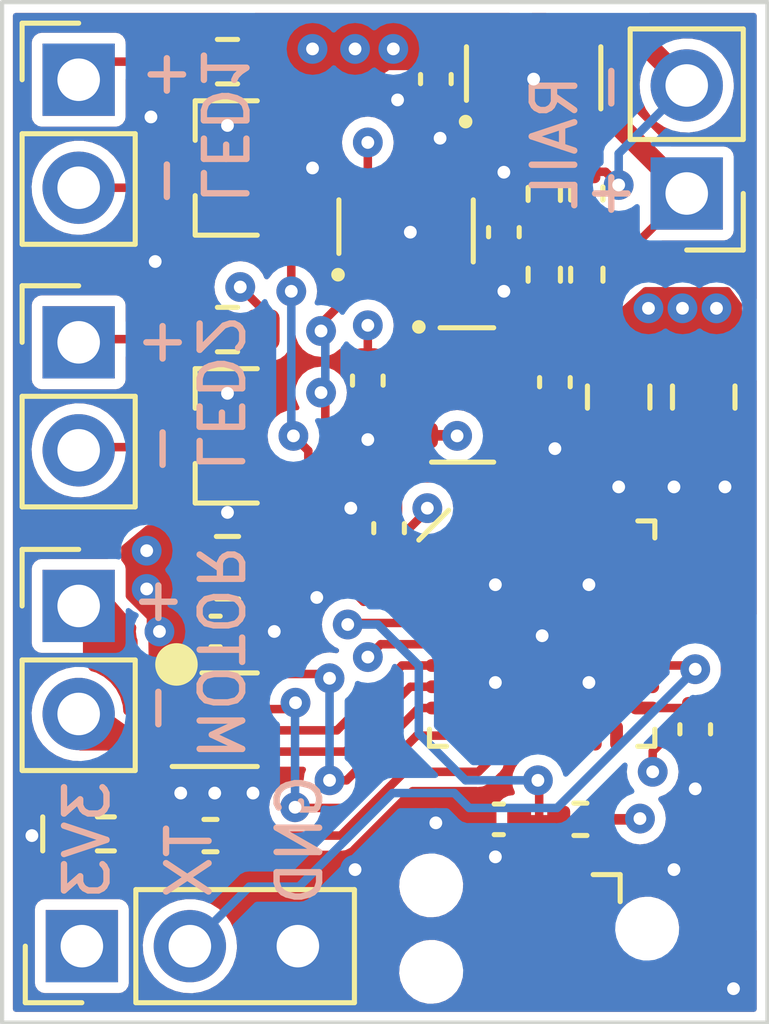
<source format=kicad_pcb>
(kicad_pcb (version 20211014) (generator pcbnew)
  (layers (0 "F.Cu" signal) (1 "In1.Cu" signal) (2 "In2.Cu" signal) (31 "B.Cu" signal) (34 "B.Paste" user) (35 "F.Paste" user) (36 "B.SilkS" user "B.Silkscreen") (37 "F.SilkS" user "F.Silkscreen") (38 "B.Mask" user) (39 "F.Mask" user) (44 "Edge.Cuts" user))
  (net 0 "")
  (net 1 "GND")
  (net 2 "+12V")
  (net 3 "/MCU/NRST")
  (net 4 "+3V3")
  (net 5 "Net-(C10-Pad2)")
  (net 6 "Net-(C10-Pad1)")
  (net 7 "/Input/IN_A")
  (net 8 "/Input/IN_B")
  (net 9 "/Outputs/MTR_OUT_A")
  (net 10 "/Outputs/MTR_OUT_B")
  (net 11 "/Outputs/LED_1_+")
  (net 12 "/Outputs/LED_1_-")
  (net 13 "/Outputs/LED_2_+")
  (net 14 "/Outputs/LED_2_-")
  (net 15 "/MCU/AUX_TX")
  (net 16 "/MCU/SWCLK")
  (net 18 "/MCU/LED_1")
  (net 19 "/MCU/LED_2")
  (net 21 "/MCU/MTR_A")
  (net 22 "/MCU/MTR_B")
  (net 23 "/MCU/MTR_nSLEEP")
  (net 24 "/MCU/MTR_MODE")
  (net 34 "/MCU/SWDIO")
  (net 40 "/Input/IN_RX")
  (net 42 "Net-(DS1-Pad2)")
  (net 43 "/MCU/LED_DBG")
  (footprint "C_Capacitor:C_0402" (layer "F.Cu") (at 128.2 68.9375 -90)
    (fp_text reference "C5" hide)
    (fp_text value "C_0402" hide)
    (fp_line (start -0.107836 0.36) (end 0.107836 0.36) (layer "F.SilkS") (width 0.12))
    (fp_line (start -0.107836 -0.36) (end 0.107836 -0.36) (layer "F.SilkS") (width 0.12))
    (pad "1" smd roundrect locked (at -0.48 0 270) (size 0.56 0.62) (layers "F.Cu" "F.Paste" "F.Mask") (net 4 "+3V3"))
    (pad "2" smd roundrect locked (at 0.48 0 270) (size 0.56 0.62) (layers "F.Cu" "F.Paste" "F.Mask") (net 1 "GND"))
  )
  (footprint "U_IC:SOT23_3" (layer "F.Cu") (at 120.5 70.2 180)
    (fp_text reference "Q2" hide)
    (fp_text value "FDN335N" hide)
    (fp_line (start 0.76 1.58) (end 0.76 0.65) (layer "F.SilkS") (width 0.12))
    (fp_line (start 0.76 -1.58) (end 0.76 -0.65) (layer "F.SilkS") (width 0.12))
    (fp_line (start 0.76 1.58) (end -0.7 1.58) (layer "F.SilkS") (width 0.12))
    (fp_line (start 0.76 -1.58) (end -0.7 -1.58) (layer "F.SilkS") (width 0.12))
    (pad "1" smd roundrect (at -1 -0.95 180) (size 0.9 0.8) (layers "F.Cu" "F.Paste" "F.Mask") (net 19 "/MCU/LED_2"))
    (pad "2" smd roundrect (at -1 0.95 180) (size 0.9 0.8) (layers "F.Cu" "F.Paste" "F.Mask") (net 1 "GND"))
    (pad "3" smd roundrect (at 1 0 180) (size 0.9 0.8) (layers "F.Cu" "F.Paste" "F.Mask") (net 14 "/Outputs/LED_2_-"))
  )
  (footprint "C_Capacitor:C_0805" (layer "F.Cu") (at 120.5 73.3)
    (fp_text reference "C9" hide)
    (fp_text value "C_0805" hide)
    (fp_line (start -0.261252 -0.735) (end 0.261252 -0.735) (layer "F.SilkS") (width 0.12))
    (fp_line (start -0.261252 0.735) (end 0.261252 0.735) (layer "F.SilkS") (width 0.12))
    (pad "1" smd roundrect locked (at -0.95 0) (size 1 1.45) (layers "F.Cu" "F.Paste" "F.Mask") (net 2 "+12V"))
    (pad "2" smd roundrect locked (at 0.95 0) (size 1 1.45) (layers "F.Cu" "F.Paste" "F.Mask") (net 1 "GND"))
  )
  (footprint "Connector_PinHeader_2.54mm:PinHeader_1x02_P2.54mm_Vertical" (layer "F.Cu") (at 117 74.2)
    (fp_text reference "J2" hide)
    (fp_text value "Conn_01x02" hide)
    (fp_line (start -1.33 3.87) (end 1.33 3.87) (layer "F.SilkS") (width 0.12))
    (fp_line (start -1.33 0) (end -1.33 -1.33) (layer "F.SilkS") (width 0.12))
    (fp_line (start -1.33 -1.33) (end 0 -1.33) (layer "F.SilkS") (width 0.12))
    (fp_line (start -1.33 1.27) (end -1.33 3.87) (layer "F.SilkS") (width 0.12))
    (fp_line (start -1.33 1.27) (end 1.33 1.27) (layer "F.SilkS") (width 0.12))
    (fp_line (start 1.33 1.27) (end 1.33 3.87) (layer "F.SilkS") (width 0.12))
    (pad "1" thru_hole rect locked (at 0 0) (size 1.7 1.7) (drill 1) (layers *.Cu *.Mask) (net 9 "/Outputs/MTR_OUT_A"))
    (pad "2" thru_hole oval locked (at 0 2.54) (size 1.7 1.7) (drill 1) (layers *.Cu *.Mask) (net 10 "/Outputs/MTR_OUT_B"))
  )
  (footprint "C_Capacitor:C_0402" (layer "F.Cu") (at 127 65.41 90)
    (fp_text reference "C10" hide)
    (fp_text value "C_0402" hide)
    (fp_line (start -0.107836 0.36) (end 0.107836 0.36) (layer "F.SilkS") (width 0.12))
    (fp_line (start -0.107836 -0.36) (end 0.107836 -0.36) (layer "F.SilkS") (width 0.12))
    (pad "1" smd roundrect locked (at -0.48 0 90) (size 0.56 0.62) (layers "F.Cu" "F.Paste" "F.Mask") (net 6 "Net-(C10-Pad1)"))
    (pad "2" smd roundrect locked (at 0.48 0 90) (size 0.56 0.62) (layers "F.Cu" "F.Paste" "F.Mask") (net 5 "Net-(C10-Pad2)"))
  )
  (footprint "R_Resistor:R_0402" (layer "F.Cu") (at 127.95 66.41 -90)
    (fp_text reference "R6" hide)
    (fp_text value "R_0402" hide)
    (fp_line (start -0.153641 0.38) (end 0.153641 0.38) (layer "F.SilkS") (width 0.12))
    (fp_line (start -0.153641 -0.38) (end 0.153641 -0.38) (layer "F.SilkS") (width 0.12))
    (pad "1" smd roundrect locked (at -0.51 0 270) (size 0.54 0.64) (layers "F.Cu" "F.Paste" "F.Mask") (net 6 "Net-(C10-Pad1)"))
    (pad "2" smd roundrect locked (at 0.51 0 270) (size 0.54 0.64) (layers "F.Cu" "F.Paste" "F.Mask") (net 1 "GND"))
  )
  (footprint "N-NonPart:TagConnect_2030_NL" (layer "F.Cu") (at 127.83 81.7875 180)
    (fp_text reference "J6" hide)
    (fp_text value "TC_2030_NL_STLINK" hide)
    (fp_line (start -1.905 1.27) (end -1.905 0.635) (layer "F.SilkS") (width 0.12))
    (fp_line (start -1.27 1.27) (end -1.905 1.27) (layer "F.SilkS") (width 0.12))
    (pad "" np_thru_hole circle (at -2.54 0 180) (size 0.9906 0.9906) (drill 0.9906) (layers *.Cu *.Mask))
    (pad "" np_thru_hole circle (at 2.54 -1.016 180) (size 0.9906 0.9906) (drill 0.9906) (layers *.Cu *.Mask))
    (pad "" np_thru_hole circle (at 2.54 1.016 180) (size 0.9906 0.9906) (drill 0.9906) (layers *.Cu *.Mask))
    (pad "1" connect circle (at -1.27 0.635 180) (size 0.7874 0.7874) (layers "F.Cu" "F.Mask") (net 4 "+3V3"))
    (pad "2" connect circle (at -1.27 -0.635 180) (size 0.7874 0.7874) (layers "F.Cu" "F.Mask") (net 34 "/MCU/SWDIO"))
    (pad "3" connect circle (at 0 0.635 180) (size 0.7874 0.7874) (layers "F.Cu" "F.Mask") (net 3 "/MCU/NRST"))
    (pad "4" connect circle (at 0 -0.635 180) (size 0.7874 0.7874) (layers "F.Cu" "F.Mask") (net 16 "/MCU/SWCLK"))
    (pad "5" connect circle (at 1.27 0.635 180) (size 0.7874 0.7874) (layers "F.Cu" "F.Mask") (net 1 "GND"))
    (pad "6" connect circle (at 1.27 -0.635 180) (size 0.7874 0.7874) (layers "F.Cu" "F.Mask"))
  )
  (footprint "C_Capacitor:C_0805" (layer "F.Cu") (at 131.7 69.2875 -90)
    (fp_text reference "C6" hide)
    (fp_text value "C_0805" hide)
    (fp_line (start -0.261252 0.735) (end 0.261252 0.735) (layer "F.SilkS") (width 0.12))
    (fp_line (start -0.261252 -0.735) (end 0.261252 -0.735) (layer "F.SilkS") (width 0.12))
    (pad "1" smd roundrect locked (at -0.95 0 270) (size 1 1.45) (layers "F.Cu" "F.Paste" "F.Mask") (net 4 "+3V3"))
    (pad "2" smd roundrect locked (at 0.95 0 270) (size 1 1.45) (layers "F.Cu" "F.Paste" "F.Mask") (net 1 "GND"))
  )
  (footprint "U_IC:SOT23_5" (layer "F.Cu") (at 126 69.2375)
    (fp_text reference "U1" hide)
    (fp_text value "MCP1755T-3302E/OT" hide)
    (fp_line (start 0.76 -1.58) (end -0.5 -1.58) (layer "F.SilkS") (width 0.12))
    (fp_line (start 0.76 1.58) (end -0.7 1.58) (layer "F.SilkS") (width 0.12))
    (fp_circle (center -1 -1.6) (end -0.9 -1.6) (layer "F.SilkS") (width 0.12) (fill solid))
    (pad "1" smd roundrect (at -1 -0.95) (size 0.9 0.6) (layers "F.Cu" "F.Paste" "F.Mask") (net 2 "+12V"))
    (pad "2" smd roundrect (at -1 0) (size 0.9 0.6) (layers "F.Cu" "F.Paste" "F.Mask") (net 1 "GND"))
    (pad "3" smd roundrect (at -1 0.95) (size 0.9 0.6) (layers "F.Cu" "F.Paste" "F.Mask") (net 2 "+12V"))
    (pad "4" smd roundrect (at 1 0.95) (size 0.9 0.6) (layers "F.Cu" "F.Paste" "F.Mask"))
    (pad "5" smd roundrect (at 1 -0.95) (size 0.9 0.6) (layers "F.Cu" "F.Paste" "F.Mask") (net 4 "+3V3"))
  )
  (footprint "C_Capacitor:C_0805" (layer "F.Cu") (at 129.7 69.2875 -90)
    (fp_text reference "C7" hide)
    (fp_text value "C_0805" hide)
    (fp_line (start -0.261252 -0.735) (end 0.261252 -0.735) (layer "F.SilkS") (width 0.12))
    (fp_line (start -0.261252 0.735) (end 0.261252 0.735) (layer "F.SilkS") (width 0.12))
    (pad "1" smd roundrect locked (at -0.95 0 270) (size 1 1.45) (layers "F.Cu" "F.Paste" "F.Mask") (net 4 "+3V3"))
    (pad "2" smd roundrect locked (at 0.95 0 270) (size 1 1.45) (layers "F.Cu" "F.Paste" "F.Mask") (net 1 "GND"))
  )
  (footprint "R_Resistor:R_0402" (layer "F.Cu") (at 127.95 64.51 -90)
    (fp_text reference "R7" hide)
    (fp_text value "R_0402" hide)
    (fp_line (start -0.153641 0.38) (end 0.153641 0.38) (layer "F.SilkS") (width 0.12))
    (fp_line (start -0.153641 -0.38) (end 0.153641 -0.38) (layer "F.SilkS") (width 0.12))
    (pad "1" smd roundrect locked (at -0.51 0 270) (size 0.54 0.64) (layers "F.Cu" "F.Paste" "F.Mask") (net 1 "GND"))
    (pad "2" smd roundrect locked (at 0.51 0 270) (size 0.54 0.64) (layers "F.Cu" "F.Paste" "F.Mask") (net 5 "Net-(C10-Pad2)"))
  )
  (footprint "C_Capacitor:C_0402" (layer "F.Cu") (at 120.22 74.8)
    (fp_text reference "C8" hide)
    (fp_text value "C_0402" hide)
    (fp_line (start -0.107836 0.36) (end 0.107836 0.36) (layer "F.SilkS") (width 0.12))
    (fp_line (start -0.107836 -0.36) (end 0.107836 -0.36) (layer "F.SilkS") (width 0.12))
    (pad "1" smd roundrect locked (at -0.48 0) (size 0.56 0.62) (layers "F.Cu" "F.Paste" "F.Mask") (net 2 "+12V"))
    (pad "2" smd roundrect locked (at 0.48 0) (size 0.56 0.62) (layers "F.Cu" "F.Paste" "F.Mask") (net 1 "GND"))
  )
  (footprint "R_Resistor:R_0402" (layer "F.Cu") (at 128.8 79.2175 180)
    (fp_text reference "R1" hide)
    (fp_text value "R_0402" hide)
    (fp_line (start -0.153641 0.38) (end 0.153641 0.38) (layer "F.SilkS") (width 0.12))
    (fp_line (start -0.153641 -0.38) (end 0.153641 -0.38) (layer "F.SilkS") (width 0.12))
    (pad "1" smd roundrect locked (at -0.51 0 180) (size 0.54 0.64) (layers "F.Cu" "F.Paste" "F.Mask") (net 4 "+3V3"))
    (pad "2" smd roundrect locked (at 0.51 0 180) (size 0.54 0.64) (layers "F.Cu" "F.Paste" "F.Mask") (net 3 "/MCU/NRST"))
  )
  (footprint "U_IC:SOT23_4" (layer "F.Cu") (at 127.7 61.81 90)
    (fp_text reference "D1" hide)
    (fp_text value "BAS3007ARPPE6327HTSA1" hide)
    (fp_line (start 0.76 -1.58) (end -0.5 -1.58) (layer "F.SilkS") (width 0.12))
    (fp_line (start 0.76 1.58) (end -0.7 1.58) (layer "F.SilkS") (width 0.12))
    (fp_circle (center -1 -1.6) (end -0.9 -1.6) (layer "F.SilkS") (width 0.12) (fill solid))
    (pad "1" smd roundrect (at -1 -0.75) (size 1.2 0.9) (layers "F.Cu" "F.Paste" "F.Mask") (net 1 "GND"))
    (pad "2" smd roundrect (at -1 0.95 90) (size 0.9 0.8) (layers "F.Cu" "F.Paste" "F.Mask") (net 7 "/Input/IN_A"))
    (pad "3" smd roundrect (at 1 0.95 90) (size 0.9 0.8) (layers "F.Cu" "F.Paste" "F.Mask") (net 8 "/Input/IN_B"))
    (pad "4" smd roundrect (at 1 -0.95 90) (size 0.9 0.8) (layers "F.Cu" "F.Paste" "F.Mask") (net 2 "+12V"))
  )
  (footprint "C_Capacitor:C_0402" (layer "F.Cu") (at 123.8 68.9 -90)
    (fp_text reference "C1" hide)
    (fp_text value "C_0402" hide)
    (fp_line (start -0.107836 0.36) (end 0.107836 0.36) (layer "F.SilkS") (width 0.12))
    (fp_line (start -0.107836 -0.36) (end 0.107836 -0.36) (layer "F.SilkS") (width 0.12))
    (pad "1" smd roundrect locked (at -0.48 0 270) (size 0.56 0.62) (layers "F.Cu" "F.Paste" "F.Mask") (net 2 "+12V"))
    (pad "2" smd roundrect locked (at 0.48 0 270) (size 0.56 0.62) (layers "F.Cu" "F.Paste" "F.Mask") (net 1 "GND"))
  )
  (footprint "U_IC:SOT23_3" (layer "F.Cu") (at 120.5 63.9 180)
    (fp_text reference "Q1" hide)
    (fp_text value "FDN335N" hide)
    (fp_line (start 0.76 1.58) (end 0.76 0.65) (layer "F.SilkS") (width 0.12))
    (fp_line (start 0.76 -1.58) (end 0.76 -0.65) (layer "F.SilkS") (width 0.12))
    (fp_line (start 0.76 -1.58) (end -0.7 -1.58) (layer "F.SilkS") (width 0.12))
    (fp_line (start 0.76 1.58) (end -0.7 1.58) (layer "F.SilkS") (width 0.12))
    (pad "1" smd roundrect (at -1 -0.95 180) (size 0.9 0.8) (layers "F.Cu" "F.Paste" "F.Mask") (net 18 "/MCU/LED_1"))
    (pad "2" smd roundrect (at -1 0.95 180) (size 0.9 0.8) (layers "F.Cu" "F.Paste" "F.Mask") (net 1 "GND"))
    (pad "3" smd roundrect (at 1 0 180) (size 0.9 0.8) (layers "F.Cu" "F.Paste" "F.Mask") (net 12 "/Outputs/LED_1_-"))
  )
  (footprint "R_Resistor:R_0402" (layer "F.Cu") (at 128.95 64.5 -90)
    (fp_text reference "R5" hide)
    (fp_text value "R_0402" hide)
    (fp_line (start -0.153641 -0.38) (end 0.153641 -0.38) (layer "F.SilkS") (width 0.12))
    (fp_line (start -0.153641 0.38) (end 0.153641 0.38) (layer "F.SilkS") (width 0.12))
    (pad "1" smd roundrect locked (at -0.51 0 270) (size 0.54 0.64) (layers "F.Cu" "F.Paste" "F.Mask") (net 8 "/Input/IN_B"))
    (pad "2" smd roundrect locked (at 0.51 0 270) (size 0.54 0.64) (layers "F.Cu" "F.Paste" "F.Mask") (net 5 "Net-(C10-Pad2)"))
  )
  (footprint "R_Resistor:R_0402" (layer "F.Cu") (at 128.95 66.41 90)
    (fp_text reference "R4" hide)
    (fp_text value "R_0402" hide)
    (fp_line (start -0.153641 0.38) (end 0.153641 0.38) (layer "F.SilkS") (width 0.12))
    (fp_line (start -0.153641 -0.38) (end 0.153641 -0.38) (layer "F.SilkS") (width 0.12))
    (pad "1" smd roundrect locked (at -0.51 0 90) (size 0.54 0.64) (layers "F.Cu" "F.Paste" "F.Mask") (net 7 "/Input/IN_A"))
    (pad "2" smd roundrect locked (at 0.51 0 90) (size 0.54 0.64) (layers "F.Cu" "F.Paste" "F.Mask") (net 6 "Net-(C10-Pad1)"))
  )
  (footprint "C_Capacitor:C_0402" (layer "F.Cu") (at 125.4 61.81 -90)
    (fp_text reference "C11" hide)
    (fp_text value "C_0402" hide)
    (fp_line (start -0.107836 0.36) (end 0.107836 0.36) (layer "F.SilkS") (width 0.12))
    (fp_line (start -0.107836 -0.36) (end 0.107836 -0.36) (layer "F.SilkS") (width 0.12))
    (pad "1" smd roundrect locked (at -0.48 0 270) (size 0.56 0.62) (layers "F.Cu" "F.Paste" "F.Mask") (net 2 "+12V"))
    (pad "2" smd roundrect locked (at 0.48 0 270) (size 0.56 0.62) (layers "F.Cu" "F.Paste" "F.Mask") (net 1 "GND"))
  )
  (footprint "R_Resistor:R_0603" (layer "F.Cu") (at 120.5 67.7 180)
    (fp_text reference "R3" hide)
    (fp_text value "R_0603" hide)
    (fp_line (start -0.237258 -0.5225) (end 0.237258 -0.5225) (layer "F.SilkS") (width 0.12))
    (fp_line (start -0.237258 0.5225) (end 0.237258 0.5225) (layer "F.SilkS") (width 0.12))
    (pad "1" smd roundrect locked (at -0.825 0 180) (size 0.8 0.95) (layers "F.Cu" "F.Paste" "F.Mask") (net 2 "+12V"))
    (pad "2" smd roundrect locked (at 0.825 0 180) (size 0.8 0.95) (layers "F.Cu" "F.Paste" "F.Mask") (net 13 "/Outputs/LED_2_+"))
  )
  (footprint "C_Capacitor:C_0402" (layer "F.Cu") (at 126.88 79.2175 180)
    (fp_text reference "C2" hide)
    (fp_text value "C_0402" hide)
    (fp_line (start -0.107836 0.36) (end 0.107836 0.36) (layer "F.SilkS") (width 0.12))
    (fp_line (start -0.107836 -0.36) (end 0.107836 -0.36) (layer "F.SilkS") (width 0.12))
    (pad "1" smd roundrect locked (at -0.48 0 180) (size 0.56 0.62) (layers "F.Cu" "F.Paste" "F.Mask") (net 3 "/MCU/NRST"))
    (pad "2" smd roundrect locked (at 0.48 0 180) (size 0.56 0.62) (layers "F.Cu" "F.Paste" "F.Mask") (net 1 "GND"))
  )
  (footprint "DS_LED:DS_0603" (layer "F.Cu") (at 117.64 79.56)
    (fp_text reference "DS1" hide)
    (fp_text value "DS_0603" hide)
    (fp_line (start -1.485 -0.4) (end -1.485 0.4) (layer "F.SilkS") (width 0.12))
    (fp_line (start -0.2 -0.4) (end 0.2 -0.4) (layer "F.SilkS") (width 0.12))
    (fp_line (start -0.2 0.4) (end 0.2 0.4) (layer "F.SilkS") (width 0.12))
    (pad "1" smd roundrect locked (at -0.7875 0) (size 0.875 0.95) (layers "F.Cu" "F.Paste" "F.Mask") (net 1 "GND"))
    (pad "2" smd roundrect locked (at 0.7875 0) (size 0.875 0.95) (layers "F.Cu" "F.Paste" "F.Mask") (net 42 "Net-(DS1-Pad2)"))
  )
  (footprint "U_IC:DFN8_05_2x2_EP" (layer "F.Cu") (at 120.2 76.875)
    (fp_text reference "U3" hide)
    (fp_text value "DRV8220DSGR" hide)
    (fp_line (start -1 1.1) (end 1 1.1) (layer "F.SilkS") (width 0.12))
    (fp_line (start -0.3 -1.1) (end 1 -1.1) (layer "F.SilkS") (width 0.12))
    (fp_circle (center -0.9 -1.3) (end -0.9 -1.3) (layer "F.SilkS") (width 0.5) (fill none))
    (pad "1" smd oval (at -0.95 -0.75) (size 0.6 0.3) (layers "F.Cu" "F.Paste" "F.Mask") (net 2 "+12V"))
    (pad "2" smd oval (at -0.95 -0.25) (size 0.6 0.3) (layers "F.Cu" "F.Paste" "F.Mask") (net 9 "/Outputs/MTR_OUT_A"))
    (pad "3" smd oval (at -0.95 0.25) (size 0.6 0.3) (layers "F.Cu" "F.Paste" "F.Mask") (net 10 "/Outputs/MTR_OUT_B"))
    (pad "4" smd oval (at -0.95 0.75) (size 0.6 0.3) (layers "F.Cu" "F.Paste" "F.Mask") (net 1 "GND"))
    (pad "5" smd oval (at 0.95 0.75) (size 0.6 0.3) (layers "F.Cu" "F.Paste" "F.Mask") (net 22 "/MCU/MTR_B"))
    (pad "6" smd oval (at 0.95 0.25) (size 0.6 0.3) (layers "F.Cu" "F.Paste" "F.Mask") (net 21 "/MCU/MTR_A"))
    (pad "7" smd oval (at 0.95 -0.25) (size 0.6 0.3) (layers "F.Cu" "F.Paste" "F.Mask") (net 24 "/MCU/MTR_MODE"))
    (pad "8" smd oval (at 0.95 -0.75) (size 0.6 0.3) (layers "F.Cu" "F.Paste" "F.Mask") (net 23 "/MCU/MTR_nSLEEP"))
    (pad "9" smd rect (at 0 0) (size 0.9 1.6) (layers "F.Cu" "F.Mask") (net 1 "GND"))
  )
  (footprint "Connector_PinHeader_2.54mm:PinHeader_1x03_P2.54mm_Vertical" (layer "F.Cu") (at 117.075 82.2 90)
    (fp_text reference "J5" hide)
    (fp_text value "Conn_01x03" hide)
    (fp_line (start -1.33 0) (end -1.33 -1.33) (layer "F.SilkS") (width 0.12))
    (fp_line (start 1.33 1.27) (end 1.33 6.41) (layer "F.SilkS") (width 0.12))
    (fp_line (start -1.33 6.41) (end 1.33 6.41) (layer "F.SilkS") (width 0.12))
    (fp_line (start -1.33 1.27) (end 1.33 1.27) (layer "F.SilkS") (width 0.12))
    (fp_line (start -1.33 -1.33) (end 0 -1.33) (layer "F.SilkS") (width 0.12))
    (fp_line (start -1.33 1.27) (end -1.33 6.41) (layer "F.SilkS") (width 0.12))
    (pad "1" thru_hole rect locked (at 0 0 90) (size 1.7 1.7) (drill 1) (layers *.Cu *.Mask) (net 4 "+3V3"))
    (pad "2" thru_hole oval locked (at 0 2.54 90) (size 1.7 1.7) (drill 1) (layers *.Cu *.Mask) (net 15 "/MCU/AUX_TX"))
    (pad "3" thru_hole oval locked (at 0 5.08 90) (size 1.7 1.7) (drill 1) (layers *.Cu *.Mask) (net 1 "GND"))
  )
  (footprint "U_IC:SOT23_5" (layer "F.Cu") (at 124.7 65.41 90)
    (fp_text reference "U4" hide)
    (fp_text value "TLV9041IDBVR" hide)
    (fp_line (start 0.76 -1.58) (end -0.5 -1.58) (layer "F.SilkS") (width 0.12))
    (fp_line (start 0.76 1.58) (end -0.7 1.58) (layer "F.SilkS") (width 0.12))
    (fp_circle (center -1 -1.6) (end -0.9 -1.6) (layer "F.SilkS") (width 0.12) (fill solid))
    (pad "1" smd roundrect (at -1 -0.95 90) (size 0.9 0.6) (layers "F.Cu" "F.Paste" "F.Mask") (net 40 "/Input/IN_RX"))
    (pad "2" smd roundrect (at -1 0 90) (size 0.9 0.6) (layers "F.Cu" "F.Paste" "F.Mask") (net 1 "GND"))
    (pad "3" smd roundrect (at -1 0.95 90) (size 0.9 0.6) (layers "F.Cu" "F.Paste" "F.Mask") (net 6 "Net-(C10-Pad1)"))
    (pad "4" smd roundrect (at 1 0.95 90) (size 0.9 0.6) (layers "F.Cu" "F.Paste" "F.Mask") (net 5 "Net-(C10-Pad2)"))
    (pad "5" smd roundrect (at 1 -0.95 90) (size 0.9 0.6) (layers "F.Cu" "F.Paste" "F.Mask") (net 4 "+3V3"))
  )
  (footprint "U_IC:QFN32_05_5x5_EP" (layer "F.Cu") (at 127.9 74.85)
    (fp_text reference "U2" hide)
    (fp_text value "STM32L011KxUx" hide)
    (fp_line (start 2.65 -2.65) (end 2.65 -2.25) (layer "F.SilkS") (width 0.12))
    (fp_line (start 2.25 2.65) (end 2.65 2.65) (layer "F.SilkS") (width 0.12))
    (fp_line (start -2.65 2.65) (end -2.65 2.25) (layer "F.SilkS") (width 0.12))
    (fp_line (start 2.25 -2.65) (end 2.65 -2.65) (layer "F.SilkS") (width 0.12))
    (fp_line (start -2.2 -2.9) (end -2.9 -2.2) (layer "F.SilkS") (width 0.12))
    (fp_line (start -2.25 2.65) (end -2.65 2.65) (layer "F.SilkS") (width 0.12))
    (fp_line (start 2.65 2.65) (end 2.65 2.25) (layer "F.SilkS") (width 0.12))
    (pad "1" smd oval (at -2.4 -1.75 90) (size 0.3 0.7) (layers "F.Cu" "F.Paste" "F.Mask") (net 4 "+3V3"))
    (pad "2" smd oval (at -2.4 -1.25 90) (size 0.3 0.7) (layers "F.Cu" "F.Paste" "F.Mask") (net 18 "/MCU/LED_1"))
    (pad "3" smd oval (at -2.4 -0.75 90) (size 0.3 0.7) (layers "F.Cu" "F.Paste" "F.Mask") (net 19 "/MCU/LED_2"))
    (pad "4" smd oval (at -2.4 -0.25 90) (size 0.3 0.7) (layers "F.Cu" "F.Paste" "F.Mask") (net 3 "/MCU/NRST"))
    (pad "5" smd oval (at -2.4 0.25 90) (size 0.3 0.7) (layers "F.Cu" "F.Paste" "F.Mask") (net 4 "+3V3"))
    (pad "6" smd oval (at -2.4 0.75 90) (size 0.3 0.7) (layers "F.Cu" "F.Paste" "F.Mask") (net 21 "/MCU/MTR_A"))
    (pad "7" smd oval (at -2.4 1.25 90) (size 0.3 0.7) (layers "F.Cu" "F.Paste" "F.Mask") (net 22 "/MCU/MTR_B"))
    (pad "8" smd oval (at -2.4 1.75 90) (size 0.3 0.7) (layers "F.Cu" "F.Paste" "F.Mask") (net 23 "/MCU/MTR_nSLEEP"))
    (pad "9" smd oval (at -1.75 2.4) (size 0.3 0.7) (layers "F.Cu" "F.Paste" "F.Mask") (net 24 "/MCU/MTR_MODE"))
    (pad "10" smd oval (at -1.25 2.4) (size 0.3 0.7) (layers "F.Cu" "F.Paste" "F.Mask") (net 43 "/MCU/LED_DBG"))
    (pad "11" smd oval (at -0.75 2.4) (size 0.3 0.7) (layers "F.Cu" "F.Paste" "F.Mask"))
    (pad "12" smd oval (at -0.25 2.4) (size 0.3 0.7) (layers "F.Cu" "F.Paste" "F.Mask"))
    (pad "13" smd oval (at 0.25 2.4) (size 0.3 0.7) (layers "F.Cu" "F.Paste" "F.Mask"))
    (pad "14" smd oval (at 0.75 2.4) (size 0.3 0.7) (layers "F.Cu" "F.Paste" "F.Mask"))
    (pad "15" smd oval (at 1.25 2.4) (size 0.3 0.7) (layers "F.Cu" "F.Paste" "F.Mask"))
    (pad "16" smd oval (at 1.75 2.4) (size 0.3 0.7) (layers "F.Cu" "F.Paste" "F.Mask"))
    (pad "17" smd oval (at 2.4 1.75 90) (size 0.3 0.7) (layers "F.Cu" "F.Paste" "F.Mask") (net 4 "+3V3"))
    (pad "18" smd oval (at 2.4 1.25 90) (size 0.3 0.7) (layers "F.Cu" "F.Paste" "F.Mask"))
    (pad "19" smd oval (at 2.4 0.75 90) (size 0.3 0.7) (layers "F.Cu" "F.Paste" "F.Mask") (net 15 "/MCU/AUX_TX"))
    (pad "20" smd oval (at 2.4 0.25 90) (size 0.3 0.7) (layers "F.Cu" "F.Paste" "F.Mask"))
    (pad "21" smd oval (at 2.4 -0.25 90) (size 0.3 0.7) (layers "F.Cu" "F.Paste" "F.Mask"))
    (pad "22" smd oval (at 2.4 -0.75 90) (size 0.3 0.7) (layers "F.Cu" "F.Paste" "F.Mask"))
    (pad "23" smd oval (at 2.4 -1.25 90) (size 0.3 0.7) (layers "F.Cu" "F.Paste" "F.Mask") (net 34 "/MCU/SWDIO"))
    (pad "24" smd oval (at 2.4 -1.75 90) (size 0.3 0.7) (layers "F.Cu" "F.Paste" "F.Mask") (net 16 "/MCU/SWCLK"))
    (pad "25" smd oval (at 1.75 -2.4) (size 0.3 0.7) (layers "F.Cu" "F.Paste" "F.Mask"))
    (pad "26" smd oval (at 1.25 -2.4) (size 0.3 0.7) (layers "F.Cu" "F.Paste" "F.Mask"))
    (pad "27" smd oval (at 0.75 -2.4) (size 0.3 0.7) (layers "F.Cu" "F.Paste" "F.Mask"))
    (pad "28" smd oval (at 0.25 -2.4) (size 0.3 0.7) (layers "F.Cu" "F.Paste" "F.Mask"))
    (pad "29" smd oval (at -0.25 -2.4) (size 0.3 0.7) (layers "F.Cu" "F.Paste" "F.Mask"))
    (pad "30" smd oval (at -0.75 -2.4) (size 0.3 0.7) (layers "F.Cu" "F.Paste" "F.Mask") (net 40 "/Input/IN_RX"))
    (pad "31" smd oval (at -1.25 -2.4) (size 0.3 0.7) (layers "F.Cu" "F.Paste" "F.Mask") (net 1 "GND"))
    (pad "32" smd oval (at -1.75 -2.4) (size 0.3 0.7) (layers "F.Cu" "F.Paste" "F.Mask"))
    (pad "33" smd rect (at -0.8375 -0.8375) (size 1.675 1.675) (layers "F.Cu" "F.Paste" "F.Mask") (net 1 "GND"))
    (pad "33" smd rect (at 0.8375 -0.8375) (size 1.675 1.675) (layers "F.Cu" "F.Paste" "F.Mask") (net 1 "GND"))
    (pad "33" smd rect (at 0.8375 0.8375) (size 1.675 1.675) (layers "F.Cu" "F.Paste" "F.Mask") (net 1 "GND"))
    (pad "33" smd rect (at -0.8375 0.8375) (size 1.675 1.675) (layers "F.Cu" "F.Paste" "F.Mask") (net 1 "GND"))
  )
  (footprint "C_Capacitor:C_0402" (layer "F.Cu") (at 131.5 77.1 -90)
    (fp_text reference "C3" hide)
    (fp_text value "C_0402" hide)
    (fp_line (start -0.107836 -0.36) (end 0.107836 -0.36) (layer "F.SilkS") (width 0.12))
    (fp_line (start -0.107836 0.36) (end 0.107836 0.36) (layer "F.SilkS") (width 0.12))
    (pad "1" smd roundrect locked (at -0.48 0 270) (size 0.56 0.62) (layers "F.Cu" "F.Paste" "F.Mask") (net 4 "+3V3"))
    (pad "2" smd roundrect locked (at 0.48 0 270) (size 0.56 0.62) (layers "F.Cu" "F.Paste" "F.Mask") (net 1 "GND"))
  )
  (footprint "Connector_PinHeader_2.54mm:PinHeader_1x02_P2.54mm_Vertical" (layer "F.Cu") (at 117 68)
    (fp_text reference "J4" hide)
    (fp_text value "Conn_01x02" hide)
    (fp_line (start 1.33 1.27) (end 1.33 3.87) (layer "F.SilkS") (width 0.12))
    (fp_line (start -1.33 -1.33) (end 0 -1.33) (layer "F.SilkS") (width 0.12))
    (fp_line (start -1.33 1.27) (end -1.33 3.87) (layer "F.SilkS") (width 0.12))
    (fp_line (start -1.33 1.27) (end 1.33 1.27) (layer "F.SilkS") (width 0.12))
    (fp_line (start -1.33 0) (end -1.33 -1.33) (layer "F.SilkS") (width 0.12))
    (fp_line (start -1.33 3.87) (end 1.33 3.87) (layer "F.SilkS") (width 0.12))
    (pad "1" thru_hole rect locked (at 0 0) (size 1.7 1.7) (drill 1) (layers *.Cu *.Mask) (net 13 "/Outputs/LED_2_+"))
    (pad "2" thru_hole oval locked (at 0 2.54) (size 1.7 1.7) (drill 1) (layers *.Cu *.Mask) (net 14 "/Outputs/LED_2_-"))
  )
  (footprint "C_Capacitor:C_0402" (layer "F.Cu") (at 124.3 72.37 90)
    (fp_text reference "C4" hide)
    (fp_text value "C_0402" hide)
    (fp_line (start -0.107836 -0.36) (end 0.107836 -0.36) (layer "F.SilkS") (width 0.12))
    (fp_line (start -0.107836 0.36) (end 0.107836 0.36) (layer "F.SilkS") (width 0.12))
    (pad "1" smd roundrect locked (at -0.48 0 90) (size 0.56 0.62) (layers "F.Cu" "F.Paste" "F.Mask") (net 4 "+3V3"))
    (pad "2" smd roundrect locked (at 0.48 0 90) (size 0.56 0.62) (layers "F.Cu" "F.Paste" "F.Mask") (net 1 "GND"))
  )
  (footprint "R_Resistor:R_0603" (layer "F.Cu") (at 120.5 61.4 180)
    (fp_text reference "R2" hide)
    (fp_text value "R_0603" hide)
    (fp_line (start -0.237258 -0.5225) (end 0.237258 -0.5225) (layer "F.SilkS") (width 0.12))
    (fp_line (start -0.237258 0.5225) (end 0.237258 0.5225) (layer "F.SilkS") (width 0.12))
    (pad "1" smd roundrect locked (at -0.825 0 180) (size 0.8 0.95) (layers "F.Cu" "F.Paste" "F.Mask") (net 2 "+12V"))
    (pad "2" smd roundrect locked (at 0.825 0 180) (size 0.8 0.95) (layers "F.Cu" "F.Paste" "F.Mask") (net 11 "/Outputs/LED_1_+"))
  )
  (footprint "Connector_PinHeader_2.54mm:PinHeader_1x02_P2.54mm_Vertical" (layer "F.Cu") (at 117 61.825)
    (fp_text reference "J3" hide)
    (fp_text value "Conn_01x02" hide)
    (fp_line (start -1.33 1.27) (end -1.33 3.87) (layer "F.SilkS") (width 0.12))
    (fp_line (start -1.33 1.27) (end 1.33 1.27) (layer "F.SilkS") (width 0.12))
    (fp_line (start 1.33 1.27) (end 1.33 3.87) (layer "F.SilkS") (width 0.12))
    (fp_line (start -1.33 3.87) (end 1.33 3.87) (layer "F.SilkS") (width 0.12))
    (fp_line (start -1.33 -1.33) (end 0 -1.33) (layer "F.SilkS") (width 0.12))
    (fp_line (start -1.33 0) (end -1.33 -1.33) (layer "F.SilkS") (width 0.12))
    (pad "1" thru_hole rect locked (at 0 0) (size 1.7 1.7) (drill 1) (layers *.Cu *.Mask) (net 11 "/Outputs/LED_1_+"))
    (pad "2" thru_hole oval locked (at 0 2.54) (size 1.7 1.7) (drill 1) (layers *.Cu *.Mask) (net 12 "/Outputs/LED_1_-"))
  )
  (footprint "R_Resistor:R_0402" (layer "F.Cu") (at 120.1 79.6 180)
    (fp_text reference "R8" hide)
    (fp_text value "R_0402" hide)
    (fp_line (start -0.153641 -0.38) (end 0.153641 -0.38) (layer "F.SilkS") (width 0.12))
    (fp_line (start -0.153641 0.38) (end 0.153641 0.38) (layer "F.SilkS") (width 0.12))
    (pad "1" smd roundrect locked (at -0.51 0 180) (size 0.54 0.64) (layers "F.Cu" "F.Paste" "F.Mask") (net 43 "/MCU/LED_DBG"))
    (pad "2" smd roundrect locked (at 0.51 0 180) (size 0.54 0.64) (layers "F.Cu" "F.Paste" "F.Mask") (net 42 "Net-(DS1-Pad2)"))
  )
  (footprint "Connector_PinHeader_2.54mm:PinHeader_1x02_P2.54mm_Vertical" (layer "F.Cu") (at 131.3 64.5 180)
    (fp_text reference "J1" hide)
    (fp_text value "Conn_01x02" hide)
    (fp_line (start -1.33 -1.33) (end 0 -1.33) (layer "F.SilkS") (width 0.12))
    (fp_line (start -1.33 1.27) (end 1.33 1.27) (layer "F.SilkS") (width 0.12))
    (fp_line (start 1.33 1.27) (end 1.33 3.87) (layer "F.SilkS") (width 0.12))
    (fp_line (start -1.33 1.27) (end -1.33 3.87) (layer "F.SilkS") (width 0.12))
    (fp_line (start -1.33 0) (end -1.33 -1.33) (layer "F.SilkS") (width 0.12))
    (fp_line (start -1.33 3.87) (end 1.33 3.87) (layer "F.SilkS") (width 0.12))
    (pad "1" thru_hole rect locked (at 0 0 180) (size 1.7 1.7) (drill 1) (layers *.Cu *.Mask) (net 7 "/Input/IN_A"))
    (pad "2" thru_hole oval locked (at 0 2.54 180) (size 1.7 1.7) (drill 1) (layers *.Cu *.Mask) (net 8 "/Input/IN_B"))
  )
  (gr_rect (start 115.2 60) (end 133.2 84) (layer "Edge.Cuts") (width 0.1) (fill none))
  (gr_text "TX" (at 119.6 80.2 90) (layer "B.SilkS") (effects (font (size 1 1)) (justify mirror)))
  (gr_text "3V3" (at 117.2 79.7 90) (layer "B.SilkS") (effects (font (size 1 1)) (justify mirror)))
  (gr_text "+" (at 118.9 68 90) (layer "B.SilkS") (effects (font (size 1 1)) (justify mirror)))
  (gr_text "MOTOR" (at 120.3 75.3 270) (layer "B.SilkS") (effects (font (size 1 1)) (justify mirror)))
  (gr_text "+" (at 129.6 64.5 270) (layer "B.SilkS") (effects (font (size 1 1)) (justify mirror)))
  (gr_text "RAIL" (at 128.2 63.3 90) (layer "B.SilkS") (effects (font (size 1 1)) (justify mirror)))
  (gr_text "+" (at 119 61.7 90) (layer "B.SilkS") (effects (font (size 1 1)) (justify mirror)))
  (gr_text "-" (at 118.8 76.6 90) (layer "B.SilkS") (effects (font (size 1 1)) (justify mirror)))
  (gr_text "LED1" (at 120.4 62.9 270) (layer "B.SilkS") (effects (font (size 1 1)) (justify mirror)))
  (gr_text "GND" (at 122.2 79.7 90) (layer "B.SilkS") (effects (font (size 1 1)) (justify mirror)))
  (gr_text "-" (at 129.6 62 270) (layer "B.SilkS") (effects (font (size 1 1)) (justify mirror)))
  (gr_text "LED2" (at 120.3 69.2 270) (layer "B.SilkS") (effects (font (size 1 1)) (justify mirror)))
  (gr_text "-" (at 118.9 70.5 90) (layer "B.SilkS") (effects (font (size 1 1)) (justify mirror)))
  (gr_text "-" (at 119 64.2 90) (layer "B.SilkS") (effects (font (size 1 1)) (justify mirror)))
  (gr_text "+" (at 118.8 74.1 90) (layer "B.SilkS") (effects (font (size 1 1)) (justify mirror)))
  (via (at 127.9 74.9) (size 0.7) (drill 0.3) (layers "F.Cu" "B.Cu") (net 1))
  (via (at 132.4 83.2) (size 0.7) (drill 0.3) (layers "F.Cu" "B.Cu") (net 1))
  (via (at 128.2 70.5) (size 0.7) (drill 0.3) (layers "F.Cu" "B.Cu") (net 1))
  (via (at 129 73.7) (size 0.7) (drill 0.3) (layers "F.Cu" "B.Cu") (net 1))
  (via (at 131.5 78.5) (size 0.7) (drill 0.3) (layers "F.Cu" "B.Cu") (net 1))
  (via (at 127 66.8) (size 0.7) (drill 0.3) (layers "F.Cu" "B.Cu") (net 1))
  (via (at 115.9 79.6) (size 0.7) (drill 0.3) (layers "F.Cu" "B.Cu") (net 1))
  (via (at 120.5 62.9) (size 0.7) (drill 0.3) (layers "F.Cu" "B.Cu") (net 1))
  (via (at 119.4 78.6) (size 0.7) (drill 0.3) (layers "F.Cu" "B.Cu") (net 1))
  (via (at 122.6 74) (size 0.7) (drill 0.3) (layers "F.Cu" "B.Cu") (net 1))
  (via (at 122.5 63.9) (size 0.7) (drill 0.3) (layers "F.Cu" "B.Cu") (net 1))
  (via (at 131 80.4) (size 0.7) (drill 0.3) (layers "F.Cu" "B.Cu") (net 1))
  (via (at 121.1 78.6) (size 0.7) (drill 0.3) (layers "F.Cu" "B.Cu") (net 1))
  (via (at 126.8 80.1) (size 0.7) (drill 0.3) (layers "F.Cu" "B.Cu") (net 1))
  (via (at 126.8 73.7) (size 0.7) (drill 0.3) (layers "F.Cu" "B.Cu") (net 1))
  (via (at 120.5 72) (size 0.7) (drill 0.3) (layers "F.Cu" "B.Cu") (net 1))
  (via (at 118.7 62.7) (size 0.7) (drill 0.3) (layers "F.Cu" "B.Cu") (net 1))
  (via (at 125.4 79.3) (size 0.7) (drill 0.3) (layers "F.Cu" "B.Cu") (net 1))
  (via (at 120.5 69.2) (size 0.7) (drill 0.3) (layers "F.Cu" "B.Cu") (net 1))
  (via (at 123.8 70.2875) (size 0.7) (drill 0.3) (layers "F.Cu" "B.Cu") (net 1))
  (via (at 118.8 66.1) (size 0.7) (drill 0.3) (layers "F.Cu" "B.Cu") (net 1))
  (via (at 124.5 62.3) (size 0.7) (drill 0.3) (layers "F.Cu" "B.Cu") (net 1))
  (via (at 127.7 61.81) (size 0.7) (drill 0.3) (layers "F.Cu" "B.Cu") (net 1))
  (via (at 129.7 71.4) (size 0.7) (drill 0.3) (layers "F.Cu" "B.Cu") (net 1))
  (via (at 132.2 71.4) (size 0.7) (drill 0.3) (layers "F.Cu" "B.Cu") (net 1))
  (via (at 123.4 71.9) (size 0.7) (drill 0.3) (layers "F.Cu" "B.Cu") (net 1))
  (via (at 129 76) (size 0.7) (drill 0.3) (layers "F.Cu" "B.Cu") (net 1))
  (via (at 125.5 63.2) (size 0.7) (drill 0.3) (layers "F.Cu" "B.Cu") (net 1))
  (via (at 124.8 65.41) (size 0.7) (drill 0.3) (layers "F.Cu" "B.Cu") (net 1))
  (via (at 121.6 74.8) (size 0.7) (drill 0.3) (layers "F.Cu" "B.Cu") (net 1))
  (via (at 123.5 80.4) (size 0.7) (drill 0.3) (layers "F.Cu" "B.Cu") (net 1))
  (via (at 120.2 78.6) (size 0.7) (drill 0.3) (layers "F.Cu" "B.Cu") (net 1))
  (via (at 127 64) (size 0.7) (drill 0.3) (layers "F.Cu" "B.Cu") (net 1))
  (via (at 126.8 76) (size 0.7) (drill 0.3) (layers "F.Cu" "B.Cu") (net 1))
  (via (at 131 71.4) (size 0.7) (drill 0.3) (layers "F.Cu" "B.Cu") (net 1))
  (segment (start 125 70.1875) (end 125.8875 70.1875) (width 0.25) (layer "F.Cu") (net 2))
  (segment (start 123.8 68.42) (end 124.8675 68.42) (width 0.2) (layer "F.Cu") (net 2))
  (segment (start 121.325 61.4) (end 121.325 61.025) (width 0.2) (layer "F.Cu") (net 2))
  (segment (start 124.8675 68.42) (end 125 68.2875) (width 0.2) (layer "F.Cu") (net 2))
  (segment (start 121.325 67.7) (end 121.325 67.225) (width 0.2) (layer "F.Cu") (net 2))
  (segment (start 123.8 68.42) (end 123.8 67.6) (width 0.2) (layer "F.Cu") (net 2))
  (segment (start 121.325 67.225) (end 120.8 66.7) (width 0.2) (layer "F.Cu") (net 2))
  (segment (start 125.8875 70.1875) (end 125.9 70.2) (width 0.25) (layer "F.Cu") (net 2))
  (via (at 123.5 61.1) (size 0.7) (drill 0.3) (layers "F.Cu" "B.Cu") (net 2))
  (via (at 125.9 70.2) (size 0.7) (drill 0.3) (layers "F.Cu" "B.Cu") (net 2))
  (via (at 123.8 67.6) (size 0.7) (drill 0.3) (layers "F.Cu" "B.Cu") (net 2))
  (via (at 118.6 73.8) (size 0.7) (drill 0.3) (layers "F.Cu" "B.Cu") (net 2))
  (via (at 118.9 74.8) (size 0.7) (drill 0.3) (layers "F.Cu" "B.Cu") (net 2))
  (via (at 118.6 72.9) (size 0.7) (drill 0.3) (layers "F.Cu" "B.Cu") (net 2))
  (via (at 122.5 61.1) (size 0.7) (drill 0.3) (layers "F.Cu" "B.Cu") (net 2))
  (via (at 124.4 61.1) (size 0.7) (drill 0.3) (layers "F.Cu" "B.Cu") (net 2))
  (via (at 120.8 66.7) (size 0.7) (drill 0.3) (layers "F.Cu" "B.Cu") (net 2))
  (segment (start 127.8175 79.2175) (end 127.83 79.23) (width 0.2) (layer "F.Cu") (net 3))
  (segment (start 127.36 79.2175) (end 127.8175 79.2175) (width 0.2) (layer "F.Cu") (net 3))
  (segment (start 127.8175 79.2175) (end 128.29 79.2175) (width 0.2) (layer "F.Cu") (net 3))
  (segment (start 127.83 78.3) (end 127.8 78.3) (width 0.2) (layer "F.Cu") (net 3))
  (segment (start 127.83 78.3) (end 127.83 79.23) (width 0.2) (layer "F.Cu") (net 3))
  (segment (start 127.83 79.23) (end 127.83 81.1525) (width 0.2) (layer "F.Cu") (net 3))
  (segment (start 125.5 74.6) (end 123.364063 74.6) (width 0.2) (layer "F.Cu") (net 3))
  (via (at 123.327845 74.636218) (size 0.7) (drill 0.3) (layers "F.Cu" "B.Cu") (net 3))
  (via (at 127.8 78.3) (size 0.7) (drill 0.3) (layers "F.Cu" "B.Cu") (net 3))
  (segment (start 125 77.2) (end 125 75.6) (width 0.2) (layer "B.Cu") (net 3))
  (segment (start 126.1 78.3) (end 125 77.2) (width 0.2) (layer "B.Cu") (net 3))
  (segment (start 127.8 78.3) (end 126.1 78.3) (width 0.2) (layer "B.Cu") (net 3))
  (segment (start 125 75.6) (end 124.036218 74.636218) (width 0.2) (layer "B.Cu") (net 3))
  (segment (start 124.036218 74.636218) (end 123.327845 74.636218) (width 0.2) (layer "B.Cu") (net 3))
  (segment (start 129.1 79.4275) (end 129.31 79.2175) (width 0.25) (layer "F.Cu") (net 4))
  (segment (start 123.800822 75.40133) (end 124.102152 75.1) (width 0.2) (layer "F.Cu") (net 4))
  (segment (start 125.5 73.1) (end 124.55 73.1) (width 0.2) (layer "F.Cu") (net 4))
  (segment (start 130.5 78.1) (end 130.5 77.62) (width 0.2) (layer "F.Cu") (net 4))
  (segment (start 124.55 73.1) (end 124.3 72.85) (width 0.2) (layer "F.Cu") (net 4))
  (segment (start 130.08 79.2) (end 130.0625 79.2175) (width 0.25) (layer "F.Cu") (net 4))
  (segment (start 130.3 76.6) (end 131.48 76.6) (width 0.2) (layer "F.Cu") (net 4))
  (segment (start 129.1 81.1525) (end 129.1 79.4275) (width 0.25) (layer "F.Cu") (net 4))
  (segment (start 124.3 72.85) (end 125.2 71.95) (width 0.2) (layer "F.Cu") (net 4))
  (segment (start 130.0625 79.2175) (end 129.21 79.2175) (width 0.25) (layer "F.Cu") (net 4))
  (segment (start 124.102152 75.1) (end 125.5 75.1) (width 0.2) (layer "F.Cu") (net 4))
  (segment (start 125.2 71.95) (end 125.2 71.9) (width 0.2) (layer "F.Cu") (net 4))
  (segment (start 130.5 77.62) (end 131.5 76.62) (width 0.2) (layer "F.Cu") (net 4))
  (segment (start 123.8 63.3) (end 123.8 64.36) (width 0.2) (layer "F.Cu") (net 4))
  (via (at 123.8 63.3) (size 0.7) (drill 0.3) (layers "F.Cu" "B.Cu") (net 4))
  (via (at 131.2 67.2) (size 0.7) (drill 0.3) (layers "F.Cu" "B.Cu") (net 4))
  (via (at 130.2 79.2) (size 0.7) (drill 0.3) (layers "F.Cu" "B.Cu") (net 4))
  (via (at 130.5 78.1) (size 0.7) (drill 0.3) (layers "F.Cu" "B.Cu") (net 4))
  (via (at 125.2 71.9) (size 0.7) (drill 0.3) (layers "F.Cu" "B.Cu") (net 4))
  (via (at 123.800822 75.40133) (size 0.7) (drill 0.3) (layers "F.Cu" "B.Cu") (net 4))
  (via (at 130.4 67.2) (size 0.7) (drill 0.3) (layers "F.Cu" "B.Cu") (net 4))
  (via (at 132 67.2) (size 0.7) (drill 0.3) (layers "F.Cu" "B.Cu") (net 4))
  (segment (start 125.75 64.41) (end 126.27 64.93) (width 0.2) (layer "F.Cu") (net 5))
  (segment (start 128.87 64.93) (end 128.95 65.01) (width 0.2) (layer "F.Cu") (net 5))
  (segment (start 126.27 64.93) (end 127 64.93) (width 0.2) (layer "F.Cu") (net 5))
  (segment (start 127 64.93) (end 128.87 64.93) (width 0.2) (layer "F.Cu") (net 5))
  (segment (start 128.94 65.89) (end 128.95 65.9) (width 0.2) (layer "F.Cu") (net 6))
  (segment (start 127 65.89) (end 128.94 65.89) (width 0.2) (layer "F.Cu") (net 6))
  (segment (start 125.75 66.41) (end 126.27 65.89) (width 0.2) (layer "F.Cu") (net 6))
  (segment (start 126.27 65.89) (end 127 65.89) (width 0.2) (layer "F.Cu") (net 6))
  (segment (start 131.3 64.5) (end 129.6 62.8) (width 0.5) (layer "F.Cu") (net 7))
  (segment (start 129.6 62.8) (end 128.7 62.8) (width 0.5) (layer "F.Cu") (net 7))
  (segment (start 128.95 66.92) (end 128.95 66.85) (width 0.2) (layer "F.Cu") (net 7))
  (segment (start 128.95 66.85) (end 131.3 64.5) (width 0.2) (layer "F.Cu") (net 7))
  (segment (start 130.15 60.81) (end 131.3 61.96) (width 0.5) (layer "F.Cu") (net 8))
  (segment (start 128.95 63.99) (end 129.39 63.99) (width 0.2) (layer "F.Cu") (net 8))
  (segment (start 130.15 60.81) (end 128.65 60.81) (width 0.5) (layer "F.Cu") (net 8))
  (segment (start 129.39 63.99) (end 129.7 64.3) (width 0.2) (layer "F.Cu") (net 8))
  (via (at 129.7 64.3) (size 0.7) (drill 0.3) (layers "F.Cu" "B.Cu") (net 8))
  (segment (start 129.7 64.3) (end 129.7 63.56) (width 0.2) (layer "B.Cu") (net 8))
  (segment (start 129.7 63.56) (end 131.3 61.96) (width 0.2) (layer "B.Cu") (net 8))
  (segment (start 117.46 77.125) (end 117 76.665) (width 0.2) (layer "F.Cu") (net 10))
  (segment (start 119.675 61.4) (end 117.425 61.4) (width 0.2) (layer "F.Cu") (net 11))
  (segment (start 117.425 61.4) (end 117 61.825) (width 0.2) (layer "F.Cu") (net 11))
  (segment (start 119.035 64.365) (end 117 64.365) (width 0.2) (layer "F.Cu") (net 12))
  (segment (start 119.5 63.9) (end 119.035 64.365) (width 0.2) (layer "F.Cu") (net 12))
  (segment (start 117 67.925) (end 119.45 67.925) (width 0.2) (layer "F.Cu") (net 13))
  (segment (start 119.45 67.925) (end 119.675 67.7) (width 0.2) (layer "F.Cu") (net 13))
  (segment (start 119.235 70.465) (end 119.5 70.2) (width 0.2) (layer "F.Cu") (net 14))
  (segment (start 117 70.465) (end 119.235 70.465) (width 0.2) (layer "F.Cu") (net 14))
  (segment (start 130.3 75.6) (end 131.4125 75.6) (width 0.2) (layer "F.Cu") (net 15))
  (via (at 131.5 75.6875) (size 0.7) (drill 0.3) (layers "F.Cu" "B.Cu") (net 15))
  (segment (start 126.184994 78.95) (end 128.25 78.95) (width 0.2) (layer "B.Cu") (net 15))
  (segment (start 128.25 78.95) (end 131.5 75.7) (width 0.2) (layer "B.Cu") (net 15))
  (segment (start 121.015 80.8) (end 122.181452 80.8) (width 0.2) (layer "B.Cu") (net 15))
  (segment (start 122.181452 80.8) (end 124.381452 78.6) (width 0.2) (layer "B.Cu") (net 15))
  (segment (start 119.615 82.2) (end 121.015 80.8) (width 0.2) (layer "B.Cu") (net 15))
  (segment (start 124.381452 78.6) (end 125.834994 78.6) (width 0.2) (layer "B.Cu") (net 15))
  (segment (start 125.834994 78.6) (end 126.184994 78.95) (width 0.2) (layer "B.Cu") (net 15))
  (segment (start 127.73 82.3225) (end 128.625 83.2175) (width 0.2) (layer "F.Cu") (net 16))
  (segment (start 128.625 83.2175) (end 130.900972 83.2175) (width 0.2) (layer "F.Cu") (net 16))
  (segment (start 132.6 74.7) (end 131 73.1) (width 0.2) (layer "F.Cu") (net 16))
  (segment (start 132.6 81.518472) (end 132.6 74.7) (width 0.2) (layer "F.Cu") (net 16))
  (segment (start 131 73.1) (end 130.3 73.1) (width 0.2) (layer "F.Cu") (net 16))
  (segment (start 130.900972 83.2175) (end 132.6 81.518472) (width 0.2) (layer "F.Cu") (net 16))
  (segment (start 122.40048 71.485474) (end 122.64904 71.734034) (width 0.2) (layer "F.Cu") (net 18))
  (segment (start 122 66.8) (end 122 65.35) (width 0.2) (layer "F.Cu") (net 18))
  (segment (start 122.64904 71.734034) (end 122.64904 72.384034) (width 0.2) (layer "F.Cu") (net 18))
  (segment (start 123.865006 73.6) (end 122.64904 72.384034) (width 0.2) (layer "F.Cu") (net 18))
  (segment (start 122 65.35) (end 121.5 64.85) (width 0.2) (layer "F.Cu") (net 18))
  (segment (start 125.5 73.6) (end 123.865006 73.6) (width 0.2) (layer "F.Cu") (net 18))
  (segment (start 122.40048 70.54998) (end 122.40048 71.485474) (width 0.2) (layer "F.Cu") (net 18))
  (segment (start 122.0505 70.2) (end 122.40048 70.54998) (width 0.2) (layer "F.Cu") (net 18))
  (via (at 122.0505 70.2) (size 0.7) (drill 0.3) (layers "F.Cu" "B.Cu") (net 18))
  (via (at 122 66.8) (size 0.7) (drill 0.3) (layers "F.Cu" "B.Cu") (net 18))
  (segment (start 122.000489 70.149989) (end 122.000489 66.800489) (width 0.2) (layer "B.Cu") (net 18))
  (segment (start 122.000489 66.800489) (end 122 66.8) (width 0.2) (layer "B.Cu") (net 18))
  (segment (start 122.0505 70.2) (end 122.000489 70.149989) (width 0.2) (layer "B.Cu") (net 18))
  (segment (start 122.24952 72.64952) (end 122.24952 71.89952) (width 0.2) (layer "F.Cu") (net 19))
  (segment (start 123.7 74.1) (end 122.24952 72.64952) (width 0.2) (layer "F.Cu") (net 19))
  (segment (start 123.7 74.1) (end 125.5 74.1) (width 0.2) (layer "F.Cu") (net 19))
  (segment (start 122.24952 71.89952) (end 121.5 71.15) (width 0.2) (layer "F.Cu") (net 19))
  (segment (start 125.5 75.6) (end 124.6 75.6) (width 0.2) (layer "F.Cu") (net 21))
  (segment (start 124.6 75.6) (end 123.075 77.125) (width 0.2) (layer "F.Cu") (net 21))
  (segment (start 123.075 77.125) (end 121.15 77.125) (width 0.2) (layer "F.Cu") (net 21))
  (segment (start 124.8 76.1) (end 125.5 76.1) (width 0.2) (layer "F.Cu") (net 22))
  (segment (start 123.275 77.625) (end 124.8 76.1) (width 0.2) (layer "F.Cu") (net 22))
  (segment (start 121.15 77.625) (end 123.275 77.625) (width 0.2) (layer "F.Cu") (net 22))
  (segment (start 125.5 76.6) (end 125 76.6) (width 0.2) (layer "F.Cu") (net 23))
  (segment (start 123.3 78.3) (end 122.9 78.3) (width 0.2) (layer "F.Cu") (net 23))
  (segment (start 121.15 76.125) (end 121.175 76.125) (width 0.2) (layer "F.Cu") (net 23))
  (segment (start 125 76.6) (end 123.3 78.3) (width 0.2) (layer "F.Cu") (net 23))
  (segment (start 122.8 75.8) (end 122.9 75.9) (width 0.2) (layer "F.Cu") (net 23))
  (segment (start 121.175 76.125) (end 121.5 75.8) (width 0.2) (layer "F.Cu") (net 23))
  (segment (start 121.5 75.8) (end 122.8 75.8) (width 0.2) (layer "F.Cu") (net 23))
  (via (at 122.9 78.3) (size 0.7) (drill 0.3) (layers "F.Cu" "B.Cu") (net 23))
  (via (at 122.9 75.9) (size 0.7) (drill 0.3) (layers "F.Cu" "B.Cu") (net 23))
  (segment (start 122.9 75.9) (end 122.9 78.3) (width 0.2) (layer "B.Cu") (net 23))
  (segment (start 122.105165 78.949511) (end 123.250489 78.949511) (width 0.2) (layer "F.Cu") (net 24))
  (segment (start 124.95 77.25) (end 126.15 77.25) (width 0.2) (layer "F.Cu") (net 24))
  (segment (start 122.089047 78.933393) (end 122.105165 78.949511) (width 0.2) (layer "F.Cu") (net 24))
  (segment (start 123.250489 78.949511) (end 124.95 77.25) (width 0.2) (layer "F.Cu") (net 24))
  (segment (start 121.9505 76.625) (end 122.1 76.4755) (width 0.2) (layer "F.Cu") (net 24))
  (segment (start 121.15 76.625) (end 121.9505 76.625) (width 0.2) (layer "F.Cu") (net 24))
  (via (at 122.089047 78.933393) (size 0.7) (drill 0.3) (layers "F.Cu" "B.Cu") (net 24))
  (via (at 122.1 76.4755) (size 0.7) (drill 0.3) (layers "F.Cu" "B.Cu") (net 24))
  (segment (start 122.089047 78.933393) (end 122.089047 76.486453) (width 0.2) (layer "B.Cu") (net 24))
  (segment (start 122.089047 76.486453) (end 122.1 76.4755) (width 0.2) (layer "B.Cu") (net 24))
  (segment (start 130.3 73.6) (end 130.85 73.6) (width 0.2) (layer "F.Cu") (net 34))
  (segment (start 129.49548 82.81798) (end 130.735486 82.81798) (width 0.2) (layer "F.Cu") (net 34))
  (segment (start 132.2 74.95) (end 132.2 81.353466) (width 0.2) (layer "F.Cu") (net 34))
  (segment (start 130.85 73.6) (end 132.2 74.95) (width 0.2) (layer "F.Cu") (net 34))
  (segment (start 132.2 81.353466) (end 130.735486 82.81798) (width 0.2) (layer "F.Cu") (net 34))
  (segment (start 129 82.3225) (end 129.49548 82.81798) (width 0.2) (layer "F.Cu") (net 34))
  (segment (start 127.15 71.75) (end 126.6 71.2) (width 0.2) (layer "F.Cu") (net 40))
  (segment (start 123.8 71.2) (end 123.1 71.2) (width 0.2) (layer "F.Cu") (net 40))
  (segment (start 123.1 71.2) (end 122.8 70.9) (width 0.2) (layer "F.Cu") (net 40))
  (segment (start 122.8 67.46) (end 123.85 66.41) (width 0.2) (layer "F.Cu") (net 40))
  (segment (start 127.15 72.45) (end 127.15 71.75) (width 0.2) (layer "F.Cu") (net 40))
  (segment (start 122.8 70.9) (end 122.8 69.182) (width 0.2) (layer "F.Cu") (net 40))
  (segment (start 122.8 67.733) (end 122.8 67.46) (width 0.2) (layer "F.Cu") (net 40))
  (segment (start 126.6 71.2) (end 123.8 71.2) (width 0.2) (layer "F.Cu") (net 40))
  (via (at 122.7 69.182) (size 0.7) (drill 0.3) (layers "F.Cu" "B.Cu") (net 40))
  (via (at 122.7 67.733) (size 0.7) (drill 0.3) (layers "F.Cu" "B.Cu") (net 40))
  (segment (start 122.8 69.182) (end 122.8 67.733) (width 0.2) (layer "B.Cu") (net 40))
  (segment (start 119.55 79.56) (end 119.59 79.6) (width 0.2) (layer "F.Cu") (net 42))
  (segment (start 118.4275 79.56) (end 119.55 79.56) (width 0.2) (layer "F.Cu") (net 42))
  (segment (start 126.65 77.85) (end 126.65 77.25) (width 0.2) (layer "F.Cu") (net 43))
  (segment (start 124.665006 78.1) (end 126.4 78.1) (width 0.2) (layer "F.Cu") (net 43))
  (segment (start 120.61 79.6) (end 123.165006 79.6) (width 0.2) (layer "F.Cu") (net 43))
  (segment (start 126.4 78.1) (end 126.65 77.85) (width 0.2) (layer "F.Cu") (net 43))
  (segment (start 123.165006 79.6) (end 124.665006 78.1) (width 0.2) (layer "F.Cu") (net 43))
  (zone (net 1) (net_name "GND") (layer "F.Cu") (name "GND_PLANE") (connect_pads yes (clearance 0.254)) (min_thickness 0.127) (fill yes (thermal_gap 0.508) (thermal_bridge_width 0.508))
    (polygon (pts (xy 133.2 84) (xy 115.2 84) (xy 115.2 60) (xy 133.2 60)))
  )
  (zone (net 2) (net_name "+12V") (layer "F.Cu") (name "12V_IN") (priority 1) (connect_pads yes (clearance 0.254)) (min_thickness 0.127) (fill yes (thermal_gap 0.508) (thermal_bridge_width 0.508))
    (polygon (pts (xy 127.5 60.6) (xy 127.5 61.1) (xy 127.1 61.6) (xy 124.3 61.6) (xy 123.7 62) (xy 121 62) (xy 120.7 61.7) (xy 120.7 60.6) (xy 121.2 60.2) (xy 127.1 60.2)))
  )
  (zone (net 2) (net_name "+12V") (layer "F.Cu") (name "12V_MTR") (priority 1) (connect_pads yes (clearance 0.254)) (min_thickness 0.127) (fill yes (thermal_gap 0.508) (thermal_bridge_width 0.508))
    (polygon (pts (xy 119.9 75.7) (xy 119.4 76.3) (xy 119.1 76.3) (xy 118.6 75.6) (xy 118.6 74.5) (xy 118 73.9) (xy 118 72.8) (xy 118.6 72.3) (xy 119.4 72.3) (xy 119.9 72.7)))
  )
  (zone (net 9) (net_name "/Outputs/MTR_OUT_A") (layer "F.Cu") (name "MTR_OUT_A") (priority 2) (connect_pads yes (clearance 0.2)) (min_thickness 0.127) (fill yes (thermal_gap 0.508) (thermal_bridge_width 0.508))
    (polygon (pts (xy 118.380976 74.7) (xy 118.4 76.1) (xy 118.780976 76.5) (xy 119.380976 76.5) (xy 119.380976 76.8) (xy 118.1 76.8) (xy 117.1 75.5) (xy 117.1 74.9) (xy 117.1 73.9) (xy 117.680976 73.9)))
  )
  (zone (net 4) (net_name "+3V3") (layer "F.Cu") (name "3V3_PSU") (priority 1) (connect_pads yes (clearance 0.254)) (min_thickness 0.127) (fill yes (thermal_gap 0.508) (thermal_bridge_width 0.508))
    (polygon (pts (xy 132.3 66.7) (xy 132.6 67.1) (xy 132.6 68.7875) (xy 132.2 69.1875) (xy 129.2 69.1875) (xy 128.6 68.7875) (xy 126.7 68.7875) (xy 126.5 68.5875) (xy 126.5 67.9875) (xy 127 67.5875) (xy 129.3 67.6) (xy 130.3 66.7)))
  )
  (zone (net 10) (net_name "/Outputs/MTR_OUT_B") (layer "F.Cu") (name "MTR_OUT_B") (priority 3) (connect_pads yes (clearance 0.2)) (min_thickness 0.127) (fill yes (thermal_gap 0.508) (thermal_bridge_width 0.508))
    (polygon (pts (xy 118.1 77) (xy 119.4 77) (xy 119.4 77.3) (xy 118.8 77.3) (xy 118.6 77.6) (xy 117 77.6) (xy 116.7 77.3) (xy 116.7 76)))
  )
  (zone (net 1) (net_name "GND") (layer "B.Cu") (name "GND_PLANE") (priority 1) (connect_pads yes (clearance 0.254)) (min_thickness 0.127) (fill yes (thermal_gap 0.508) (thermal_bridge_width 0.508))
    (polygon (pts (xy 133.2 84) (xy 115.3 84) (xy 115.2 60) (xy 133.2 60)))
  )
)
</source>
